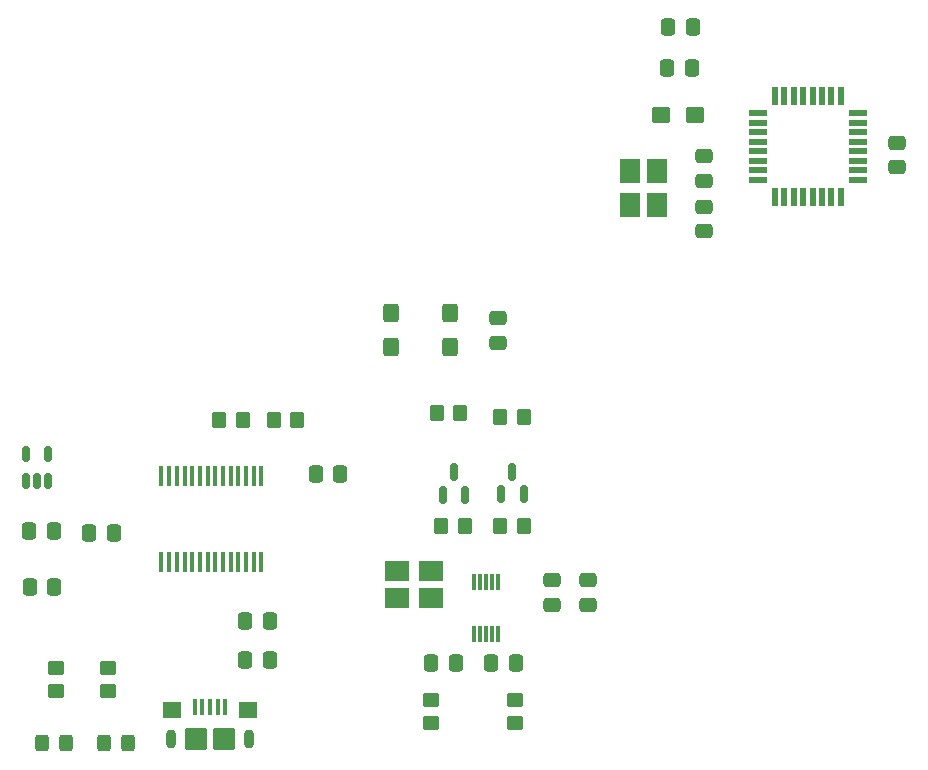
<source format=gbr>
%TF.GenerationSoftware,KiCad,Pcbnew,8.0.3*%
%TF.CreationDate,2024-07-02T16:04:09+02:00*%
%TF.ProjectId,sis5351a GPS controlled time base,73697335-3335-4316-9120-47505320636f,rev?*%
%TF.SameCoordinates,Original*%
%TF.FileFunction,Paste,Top*%
%TF.FilePolarity,Positive*%
%FSLAX46Y46*%
G04 Gerber Fmt 4.6, Leading zero omitted, Abs format (unit mm)*
G04 Created by KiCad (PCBNEW 8.0.3) date 2024-07-02 16:04:09*
%MOMM*%
%LPD*%
G01*
G04 APERTURE LIST*
G04 Aperture macros list*
%AMRoundRect*
0 Rectangle with rounded corners*
0 $1 Rounding radius*
0 $2 $3 $4 $5 $6 $7 $8 $9 X,Y pos of 4 corners*
0 Add a 4 corners polygon primitive as box body*
4,1,4,$2,$3,$4,$5,$6,$7,$8,$9,$2,$3,0*
0 Add four circle primitives for the rounded corners*
1,1,$1+$1,$2,$3*
1,1,$1+$1,$4,$5*
1,1,$1+$1,$6,$7*
1,1,$1+$1,$8,$9*
0 Add four rect primitives between the rounded corners*
20,1,$1+$1,$2,$3,$4,$5,0*
20,1,$1+$1,$4,$5,$6,$7,0*
20,1,$1+$1,$6,$7,$8,$9,0*
20,1,$1+$1,$8,$9,$2,$3,0*%
G04 Aperture macros list end*
%ADD10RoundRect,0.250000X-0.537500X-0.425000X0.537500X-0.425000X0.537500X0.425000X-0.537500X0.425000X0*%
%ADD11RoundRect,0.250000X-0.425000X0.537500X-0.425000X-0.537500X0.425000X-0.537500X0.425000X0.537500X0*%
%ADD12R,2.100000X1.800000*%
%ADD13RoundRect,0.250000X-0.337500X-0.475000X0.337500X-0.475000X0.337500X0.475000X-0.337500X0.475000X0*%
%ADD14RoundRect,0.250000X0.337500X0.475000X-0.337500X0.475000X-0.337500X-0.475000X0.337500X-0.475000X0*%
%ADD15RoundRect,0.250000X-0.325000X-0.450000X0.325000X-0.450000X0.325000X0.450000X-0.325000X0.450000X0*%
%ADD16RoundRect,0.250000X0.450000X-0.350000X0.450000X0.350000X-0.450000X0.350000X-0.450000X-0.350000X0*%
%ADD17RoundRect,0.100000X-0.100000X-0.575000X0.100000X-0.575000X0.100000X0.575000X-0.100000X0.575000X0*%
%ADD18O,0.900000X1.600000*%
%ADD19RoundRect,0.250000X-0.550000X-0.450000X0.550000X-0.450000X0.550000X0.450000X-0.550000X0.450000X0*%
%ADD20RoundRect,0.250000X-0.700000X-0.700000X0.700000X-0.700000X0.700000X0.700000X-0.700000X0.700000X0*%
%ADD21RoundRect,0.250000X-0.475000X0.337500X-0.475000X-0.337500X0.475000X-0.337500X0.475000X0.337500X0*%
%ADD22R,1.600000X0.550000*%
%ADD23R,0.550000X1.600000*%
%ADD24RoundRect,0.150000X0.150000X-0.512500X0.150000X0.512500X-0.150000X0.512500X-0.150000X-0.512500X0*%
%ADD25RoundRect,0.250000X0.475000X-0.337500X0.475000X0.337500X-0.475000X0.337500X-0.475000X-0.337500X0*%
%ADD26RoundRect,0.250000X-0.350000X-0.450000X0.350000X-0.450000X0.350000X0.450000X-0.350000X0.450000X0*%
%ADD27RoundRect,0.250000X0.350000X0.450000X-0.350000X0.450000X-0.350000X-0.450000X0.350000X-0.450000X0*%
%ADD28R,0.300000X1.400000*%
%ADD29RoundRect,0.150000X0.150000X-0.587500X0.150000X0.587500X-0.150000X0.587500X-0.150000X-0.587500X0*%
%ADD30R,0.450000X1.750000*%
%ADD31R,1.800000X2.100000*%
G04 APERTURE END LIST*
D10*
%TO.C,C7*%
X181000000Y-82600000D03*
X183875000Y-82600000D03*
%TD*%
D11*
%TO.C,C13*%
X163166400Y-99385300D03*
X163166400Y-102260300D03*
%TD*%
%TO.C,C12*%
X158166400Y-99347800D03*
X158166400Y-102222800D03*
%TD*%
D12*
%TO.C,Y1*%
X161500000Y-121200000D03*
X158600000Y-121200000D03*
X158600000Y-123500000D03*
X161500000Y-123500000D03*
%TD*%
D13*
%TO.C,C19*%
X161522500Y-129032000D03*
X163597500Y-129032000D03*
%TD*%
D14*
%TO.C,C18*%
X168677500Y-129032000D03*
X166602500Y-129032000D03*
%TD*%
%TO.C,C17*%
X147849500Y-128778000D03*
X145774500Y-128778000D03*
%TD*%
%TO.C,C16*%
X147849500Y-125476000D03*
X145774500Y-125476000D03*
%TD*%
D15*
%TO.C,D1*%
X128600000Y-135800000D03*
X130650000Y-135800000D03*
%TD*%
D16*
%TO.C,R9*%
X168656000Y-134112000D03*
X168656000Y-132112000D03*
%TD*%
D17*
%TO.C,J1*%
X141500000Y-132725000D03*
X142150000Y-132725000D03*
X142800000Y-132725000D03*
X143450000Y-132725000D03*
X144100000Y-132725000D03*
D18*
X139500000Y-135400000D03*
D19*
X139600000Y-132950000D03*
D20*
X141600000Y-135400000D03*
X144000000Y-135400000D03*
D19*
X146000000Y-132950000D03*
D18*
X146100000Y-135400000D03*
%TD*%
D21*
%TO.C,C8*%
X201000000Y-84925000D03*
X201000000Y-87000000D03*
%TD*%
D13*
%TO.C,C5*%
X181525000Y-78600000D03*
X183600000Y-78600000D03*
%TD*%
D22*
%TO.C,U3*%
X189171000Y-82467800D03*
X189171000Y-83267800D03*
X189171000Y-84067800D03*
X189171000Y-84867800D03*
X189171000Y-85667800D03*
X189171000Y-86467800D03*
X189171000Y-87267800D03*
X189171000Y-88067800D03*
D23*
X190621000Y-89517800D03*
X191421000Y-89517800D03*
X192221000Y-89517800D03*
X193021000Y-89517800D03*
X193821000Y-89517800D03*
X194621000Y-89517800D03*
X195421000Y-89517800D03*
X196221000Y-89517800D03*
D22*
X197671000Y-88067800D03*
X197671000Y-87267800D03*
X197671000Y-86467800D03*
X197671000Y-85667800D03*
X197671000Y-84867800D03*
X197671000Y-84067800D03*
X197671000Y-83267800D03*
X197671000Y-82467800D03*
D23*
X196221000Y-81017800D03*
X195421000Y-81017800D03*
X194621000Y-81017800D03*
X193821000Y-81017800D03*
X193021000Y-81017800D03*
X192221000Y-81017800D03*
X191421000Y-81017800D03*
X190621000Y-81017800D03*
%TD*%
D16*
%TO.C,R6*%
X134200000Y-131400000D03*
X134200000Y-129400000D03*
%TD*%
D21*
%TO.C,C3*%
X174800000Y-122000000D03*
X174800000Y-124075000D03*
%TD*%
D24*
%TO.C,U2*%
X127200000Y-113600000D03*
X128150000Y-113600000D03*
X129100000Y-113600000D03*
X129100000Y-111325000D03*
X127200000Y-111325000D03*
%TD*%
D25*
%TO.C,C14*%
X184600000Y-92425000D03*
X184600000Y-90350000D03*
%TD*%
D13*
%TO.C,C1*%
X127562500Y-122600000D03*
X129637500Y-122600000D03*
%TD*%
D26*
%TO.C,R8*%
X143600000Y-108400000D03*
X145600000Y-108400000D03*
%TD*%
%TO.C,R2*%
X167400000Y-108200000D03*
X169400000Y-108200000D03*
%TD*%
D27*
%TO.C,R7*%
X150200000Y-108400000D03*
X148200000Y-108400000D03*
%TD*%
D21*
%TO.C,C15*%
X184600000Y-86075000D03*
X184600000Y-88150000D03*
%TD*%
D26*
%TO.C,R1*%
X162000000Y-107800000D03*
X164000000Y-107800000D03*
%TD*%
D16*
%TO.C,R10*%
X161544000Y-134096000D03*
X161544000Y-132096000D03*
%TD*%
D26*
%TO.C,R3*%
X167400000Y-117400000D03*
X169400000Y-117400000D03*
%TD*%
D21*
%TO.C,C9*%
X167166400Y-99785300D03*
X167166400Y-101860300D03*
%TD*%
D26*
%TO.C,R4*%
X162400000Y-117400000D03*
X164400000Y-117400000D03*
%TD*%
D13*
%TO.C,C10*%
X151762500Y-113000000D03*
X153837500Y-113000000D03*
%TD*%
D28*
%TO.C,U1*%
X167200600Y-122176800D03*
X166700600Y-122176800D03*
X166200600Y-122176800D03*
X165700600Y-122176800D03*
X165200600Y-122176800D03*
X165200600Y-126576800D03*
X165700600Y-126576800D03*
X166200600Y-126576800D03*
X166700600Y-126576800D03*
X167200600Y-126576800D03*
%TD*%
D29*
%TO.C,Q2*%
X162511000Y-114735400D03*
X164411000Y-114735400D03*
X163461000Y-112860400D03*
%TD*%
D13*
%TO.C,C11*%
X132600000Y-118000000D03*
X134675000Y-118000000D03*
%TD*%
D21*
%TO.C,C4*%
X171800000Y-122000000D03*
X171800000Y-124075000D03*
%TD*%
D13*
%TO.C,C6*%
X181612500Y-75150000D03*
X183687500Y-75150000D03*
%TD*%
D30*
%TO.C,U5*%
X147150000Y-113200000D03*
X146500000Y-113200000D03*
X145850000Y-113200000D03*
X145200000Y-113200000D03*
X144550000Y-113200000D03*
X143900000Y-113200000D03*
X143250000Y-113200000D03*
X142600000Y-113200000D03*
X141950000Y-113200000D03*
X141300000Y-113200000D03*
X140650000Y-113200000D03*
X140000000Y-113200000D03*
X139350000Y-113200000D03*
X138700000Y-113200000D03*
X138700000Y-120400000D03*
X139350000Y-120400000D03*
X140000000Y-120400000D03*
X140650000Y-120400000D03*
X141300000Y-120400000D03*
X141950000Y-120400000D03*
X142600000Y-120400000D03*
X143250000Y-120400000D03*
X143900000Y-120400000D03*
X144550000Y-120400000D03*
X145200000Y-120400000D03*
X145850000Y-120400000D03*
X146500000Y-120400000D03*
X147150000Y-120400000D03*
%TD*%
D29*
%TO.C,Q1*%
X167461000Y-114672900D03*
X169361000Y-114672900D03*
X168411000Y-112797900D03*
%TD*%
D13*
%TO.C,C2*%
X127525000Y-117800000D03*
X129600000Y-117800000D03*
%TD*%
D31*
%TO.C,Y2*%
X180650000Y-90200000D03*
X180650000Y-87300000D03*
X178350000Y-87300000D03*
X178350000Y-90200000D03*
%TD*%
D15*
%TO.C,D2*%
X133800000Y-135800000D03*
X135850000Y-135800000D03*
%TD*%
D16*
%TO.C,R5*%
X129800000Y-131400000D03*
X129800000Y-129400000D03*
%TD*%
M02*

</source>
